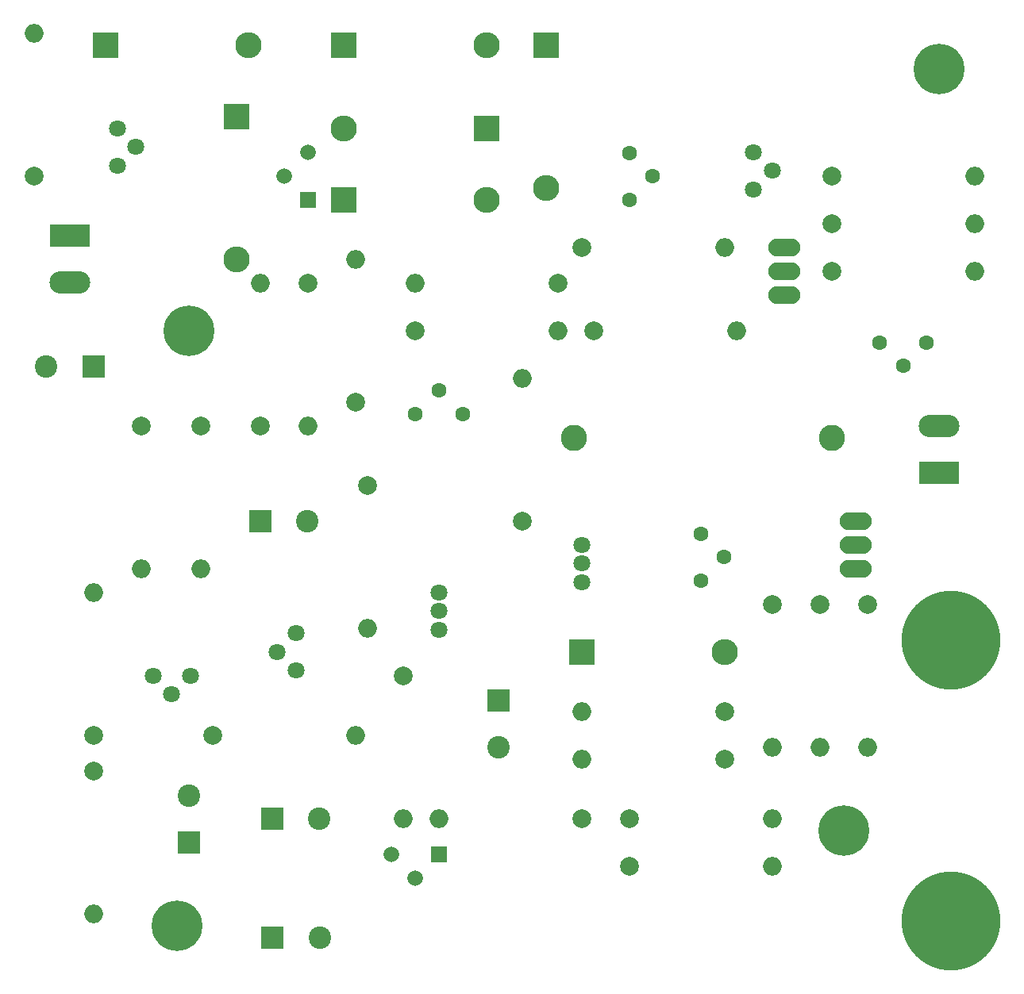
<source format=gbr>
G04 #@! TF.FileFunction,Soldermask,Bot*
%FSLAX46Y46*%
G04 Gerber Fmt 4.6, Leading zero omitted, Abs format (unit mm)*
G04 Created by KiCad (PCBNEW 4.0.7) date 06/09/18 16:01:23*
%MOMM*%
%LPD*%
G01*
G04 APERTURE LIST*
%ADD10C,0.100000*%
%ADD11C,1.800000*%
%ADD12R,2.400000X2.400000*%
%ADD13C,2.400000*%
%ADD14C,1.600000*%
%ADD15C,2.800000*%
%ADD16C,2.000000*%
%ADD17O,2.000000X2.000000*%
%ADD18R,4.360000X2.380000*%
%ADD19O,4.360000X2.380000*%
%ADD20C,10.560000*%
%ADD21R,2.800000X2.800000*%
%ADD22O,2.800000X2.800000*%
%ADD23O,3.410000X1.910000*%
%ADD24R,1.668000X1.668000*%
%ADD25C,1.668000*%
%ADD26C,5.400000*%
G04 APERTURE END LIST*
D10*
D11*
X243840000Y-43910000D03*
X241840000Y-41910000D03*
X241840000Y-45910000D03*
D12*
X171450000Y-64770000D03*
D13*
X166450000Y-64770000D03*
D11*
X175990000Y-41370000D03*
X173990000Y-39370000D03*
X173990000Y-43370000D03*
D14*
X255310000Y-62230000D03*
X260310000Y-62230000D03*
X257810000Y-64730000D03*
D15*
X250190000Y-72390000D03*
X222690000Y-72390000D03*
D11*
X191040000Y-95250000D03*
X193040000Y-97250000D03*
X193040000Y-93250000D03*
D14*
X236220000Y-87630000D03*
X236220000Y-82630000D03*
X238720000Y-85130000D03*
X210820000Y-69850000D03*
X205820000Y-69850000D03*
X208320000Y-67350000D03*
D16*
X189230000Y-71120000D03*
D17*
X189230000Y-55880000D03*
D12*
X181610000Y-115570000D03*
D13*
X181610000Y-110570000D03*
D12*
X190580000Y-125730000D03*
D13*
X195580000Y-125730000D03*
D12*
X189230000Y-81280000D03*
D13*
X194230000Y-81280000D03*
D12*
X214630000Y-100410000D03*
D13*
X214630000Y-105410000D03*
D12*
X190500000Y-113030000D03*
D13*
X195500000Y-113030000D03*
D18*
X168910000Y-50800000D03*
D19*
X168910000Y-55800000D03*
D18*
X261620000Y-76120000D03*
D19*
X261620000Y-71120000D03*
D20*
X262890000Y-93980000D03*
X262890000Y-123950000D03*
D16*
X171450000Y-107950000D03*
D17*
X171450000Y-123190000D03*
D16*
X184150000Y-104140000D03*
D17*
X199390000Y-104140000D03*
D16*
X182880000Y-71120000D03*
D17*
X182880000Y-86360000D03*
D16*
X228600000Y-118110000D03*
D17*
X243840000Y-118110000D03*
D16*
X200660000Y-77470000D03*
D17*
X200660000Y-92710000D03*
D16*
X165100000Y-44450000D03*
D17*
X165100000Y-29210000D03*
D16*
X176530000Y-71120000D03*
D17*
X176530000Y-86360000D03*
D16*
X223520000Y-113030000D03*
D17*
X208280000Y-113030000D03*
D16*
X194310000Y-55880000D03*
D17*
X194310000Y-71120000D03*
D16*
X204470000Y-97790000D03*
D17*
X204470000Y-113030000D03*
D16*
X199390000Y-68580000D03*
D17*
X199390000Y-53340000D03*
D16*
X205740000Y-60960000D03*
D17*
X220980000Y-60960000D03*
D16*
X238760000Y-106680000D03*
D17*
X223520000Y-106680000D03*
D16*
X220980000Y-55880000D03*
D17*
X205740000Y-55880000D03*
D16*
X228600000Y-113030000D03*
D17*
X243840000Y-113030000D03*
D16*
X223520000Y-52070000D03*
D17*
X238760000Y-52070000D03*
D16*
X217170000Y-81280000D03*
D17*
X217170000Y-66040000D03*
D16*
X250190000Y-44450000D03*
D17*
X265430000Y-44450000D03*
D16*
X238760000Y-101600000D03*
D17*
X223520000Y-101600000D03*
D16*
X243840000Y-90170000D03*
D17*
X243840000Y-105410000D03*
D16*
X250190000Y-54610000D03*
D17*
X265430000Y-54610000D03*
D16*
X248920000Y-90170000D03*
D17*
X248920000Y-105410000D03*
D16*
X250190000Y-49530000D03*
D17*
X265430000Y-49530000D03*
D16*
X254000000Y-90170000D03*
D17*
X254000000Y-105410000D03*
D16*
X224790000Y-60960000D03*
D17*
X240030000Y-60960000D03*
D11*
X179800000Y-99790000D03*
X181800000Y-97790000D03*
X177800000Y-97790000D03*
X208280000Y-90900000D03*
X208280000Y-88900000D03*
X208280000Y-92900000D03*
D21*
X186690000Y-38100000D03*
D22*
X186690000Y-53340000D03*
D21*
X172720000Y-30480000D03*
D22*
X187960000Y-30480000D03*
D21*
X219710000Y-30480000D03*
D22*
X219710000Y-45720000D03*
D21*
X198120000Y-30480000D03*
D22*
X213360000Y-30480000D03*
D21*
X213360000Y-39370000D03*
D22*
X198120000Y-39370000D03*
D21*
X198120000Y-46990000D03*
D22*
X213360000Y-46990000D03*
D14*
X228600000Y-46990000D03*
X228600000Y-41990000D03*
X231100000Y-44490000D03*
D11*
X223520000Y-85820000D03*
X223520000Y-87820000D03*
X223520000Y-83820000D03*
D23*
X245110000Y-52070000D03*
X245110000Y-54610000D03*
X245110000Y-57150000D03*
X252730000Y-86360000D03*
X252730000Y-83820000D03*
X252730000Y-81280000D03*
D21*
X223520000Y-95250000D03*
D22*
X238760000Y-95250000D03*
D16*
X171450000Y-104140000D03*
D17*
X171450000Y-88900000D03*
D24*
X194310000Y-46990000D03*
D25*
X191770000Y-44450000D03*
X194310000Y-41910000D03*
D24*
X208280000Y-116840000D03*
D25*
X205740000Y-119380000D03*
X203200000Y-116840000D03*
D26*
X261620000Y-33020000D03*
X251460000Y-114300000D03*
X181610000Y-60960000D03*
X180340000Y-124460000D03*
M02*

</source>
